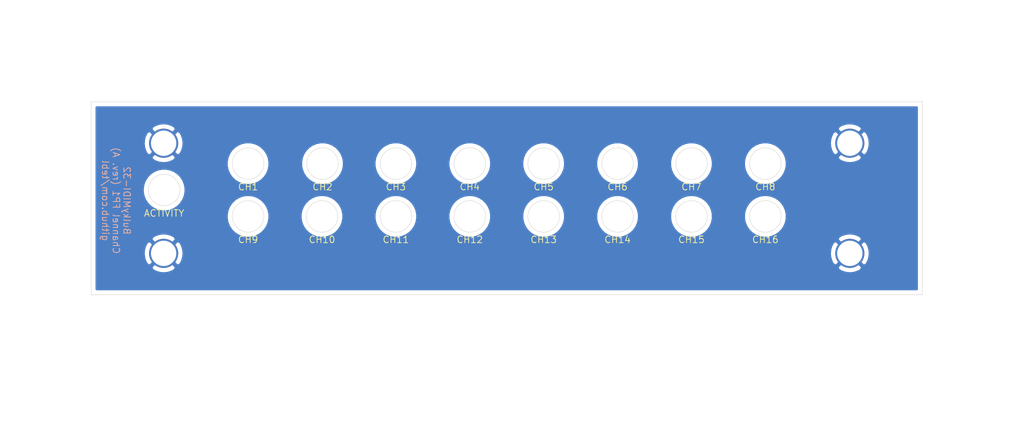
<source format=kicad_pcb>
(kicad_pcb (version 20171130) (host pcbnew "(5.1.8)-1")

  (general
    (thickness 1.6)
    (drawings 39)
    (tracks 0)
    (zones 0)
    (modules 4)
    (nets 2)
  )

  (page A4)
  (layers
    (0 F.Cu signal)
    (31 B.Cu signal)
    (32 B.Adhes user)
    (33 F.Adhes user)
    (34 B.Paste user)
    (35 F.Paste user)
    (36 B.SilkS user)
    (37 F.SilkS user)
    (38 B.Mask user)
    (39 F.Mask user)
    (40 Dwgs.User user)
    (41 Cmts.User user)
    (42 Eco1.User user)
    (43 Eco2.User user)
    (44 Edge.Cuts user)
    (45 Margin user)
    (46 B.CrtYd user)
    (47 F.CrtYd user)
    (48 B.Fab user hide)
    (49 F.Fab user)
  )

  (setup
    (last_trace_width 0.25)
    (trace_clearance 0.2)
    (zone_clearance 0.508)
    (zone_45_only no)
    (trace_min 0.2)
    (via_size 0.8)
    (via_drill 0.4)
    (via_min_size 0.4)
    (via_min_drill 0.3)
    (uvia_size 0.3)
    (uvia_drill 0.1)
    (uvias_allowed no)
    (uvia_min_size 0.2)
    (uvia_min_drill 0.1)
    (edge_width 0.05)
    (segment_width 0.2)
    (pcb_text_width 0.3)
    (pcb_text_size 1.5 1.5)
    (mod_edge_width 0.12)
    (mod_text_size 1 1)
    (mod_text_width 0.15)
    (pad_size 1.524 1.524)
    (pad_drill 0.762)
    (pad_to_mask_clearance 0)
    (aux_axis_origin 0 0)
    (grid_origin 141.09 121.579)
    (visible_elements 7FFFFFFF)
    (pcbplotparams
      (layerselection 0x011fc_ffffffff)
      (usegerberextensions true)
      (usegerberattributes false)
      (usegerberadvancedattributes false)
      (creategerberjobfile false)
      (excludeedgelayer true)
      (linewidth 0.100000)
      (plotframeref false)
      (viasonmask false)
      (mode 1)
      (useauxorigin false)
      (hpglpennumber 1)
      (hpglpenspeed 20)
      (hpglpendiameter 15.000000)
      (psnegative false)
      (psa4output false)
      (plotreference true)
      (plotvalue true)
      (plotinvisibletext false)
      (padsonsilk false)
      (subtractmaskfromsilk false)
      (outputformat 1)
      (mirror false)
      (drillshape 0)
      (scaleselection 1)
      (outputdirectory "export/"))
  )

  (net 0 "")
  (net 1 GND)

  (net_class Default "This is the default net class."
    (clearance 0.2)
    (trace_width 0.25)
    (via_dia 0.8)
    (via_drill 0.4)
    (uvia_dia 0.3)
    (uvia_drill 0.1)
  )

  (net_class PWR ""
    (clearance 0.2)
    (trace_width 0.381)
    (via_dia 0.8)
    (via_drill 0.4)
    (uvia_dia 0.3)
    (uvia_drill 0.1)
    (add_net GND)
  )

  (module mounting:M3_pin (layer F.Cu) (tedit 5F76331A) (tstamp 6282A424)
    (at 99.815 129.199)
    (descr "module 1 pin (ou trou mecanique de percage)")
    (tags DEV)
    (path /6282631C)
    (fp_text reference M1 (at 3.048 0) (layer F.Fab) hide
      (effects (font (size 1 1) (thickness 0.15)))
    )
    (fp_text value Mounting_Pin (at 0 3) (layer F.Fab) hide
      (effects (font (size 1 1) (thickness 0.15)))
    )
    (fp_circle (center 0 0) (end 2.6 0) (layer F.CrtYd) (width 0.05))
    (fp_circle (center 0 0) (end 2 0.8) (layer F.Fab) (width 0.1))
    (pad 1 thru_hole circle (at 0 0) (size 3.5 3.5) (drill 3.048) (layers *.Cu *.Mask)
      (net 1 GND) (solder_mask_margin 0.8))
  )

  (module mounting:M3_pin (layer F.Cu) (tedit 5F76331A) (tstamp 6282A42B)
    (at 182.365 129.199)
    (descr "module 1 pin (ou trou mecanique de percage)")
    (tags DEV)
    (path /62826824)
    (fp_text reference M2 (at 0 -3.048) (layer F.Fab) hide
      (effects (font (size 1 1) (thickness 0.15)))
    )
    (fp_text value Mounting_Pin (at 0 3) (layer F.Fab) hide
      (effects (font (size 1 1) (thickness 0.15)))
    )
    (fp_circle (center 0 0) (end 2 0.8) (layer F.Fab) (width 0.1))
    (fp_circle (center 0 0) (end 2.6 0) (layer F.CrtYd) (width 0.05))
    (pad 1 thru_hole circle (at 0 0) (size 3.5 3.5) (drill 3.048) (layers *.Cu *.Mask)
      (net 1 GND) (solder_mask_margin 0.8))
  )

  (module mounting:M3_pin (layer F.Cu) (tedit 5F76331A) (tstamp 6282A432)
    (at 182.365 115.949)
    (descr "module 1 pin (ou trou mecanique de percage)")
    (tags DEV)
    (path /62826D8F)
    (fp_text reference M3 (at 0 -3.048) (layer F.Fab) hide
      (effects (font (size 1 1) (thickness 0.15)))
    )
    (fp_text value Mounting_Pin (at 0 3) (layer F.Fab) hide
      (effects (font (size 1 1) (thickness 0.15)))
    )
    (fp_circle (center 0 0) (end 2.6 0) (layer F.CrtYd) (width 0.05))
    (fp_circle (center 0 0) (end 2 0.8) (layer F.Fab) (width 0.1))
    (pad 1 thru_hole circle (at 0 0) (size 3.5 3.5) (drill 3.048) (layers *.Cu *.Mask)
      (net 1 GND) (solder_mask_margin 0.8))
  )

  (module mounting:M3_pin (layer F.Cu) (tedit 5F76331A) (tstamp 6282A439)
    (at 99.815 115.949)
    (descr "module 1 pin (ou trou mecanique de percage)")
    (tags DEV)
    (path /62827110)
    (fp_text reference M4 (at 0 -3.048) (layer F.Fab) hide
      (effects (font (size 1 1) (thickness 0.15)))
    )
    (fp_text value Mounting_Pin (at 0 3) (layer F.Fab) hide
      (effects (font (size 1 1) (thickness 0.15)))
    )
    (fp_circle (center 0 0) (end 2 0.8) (layer F.Fab) (width 0.1))
    (fp_circle (center 0 0) (end 2.6 0) (layer F.CrtYd) (width 0.05))
    (pad 1 thru_hole circle (at 0 0) (size 3.5 3.5) (drill 3.048) (layers *.Cu *.Mask)
      (net 1 GND) (solder_mask_margin 0.8))
  )

  (gr_text CH12 (at 136.645 127.548) (layer F.SilkS) (tstamp 62879B07)
    (effects (font (size 0.8 0.8) (thickness 0.1)))
  )
  (gr_circle (center 172.205 124.754) (end 174.105 124.754) (layer Edge.Cuts) (width 0.05) (tstamp 62879B08))
  (gr_text CH16 (at 172.205 127.548) (layer F.SilkS) (tstamp 62879B07)
    (effects (font (size 0.8 0.8) (thickness 0.1)))
  )
  (gr_circle (center 163.315 124.754) (end 165.215 124.754) (layer Edge.Cuts) (width 0.05) (tstamp 62879B08))
  (gr_text CH15 (at 163.315 127.548) (layer F.SilkS) (tstamp 62879B07)
    (effects (font (size 0.8 0.8) (thickness 0.1)))
  )
  (gr_circle (center 154.425 124.754) (end 156.325 124.754) (layer Edge.Cuts) (width 0.05) (tstamp 62879B08))
  (gr_text CH14 (at 154.425 127.548) (layer F.SilkS) (tstamp 62879B07)
    (effects (font (size 0.8 0.8) (thickness 0.1)))
  )
  (gr_circle (center 145.535 124.754) (end 147.435 124.754) (layer Edge.Cuts) (width 0.05) (tstamp 62879B08))
  (gr_text CH13 (at 145.535 127.548) (layer F.SilkS) (tstamp 62879B07)
    (effects (font (size 0.8 0.8) (thickness 0.1)))
  )
  (gr_circle (center 136.645 124.754) (end 138.545 124.754) (layer Edge.Cuts) (width 0.05) (tstamp 62879B08))
  (gr_circle (center 118.865 124.754) (end 120.765 124.754) (layer Edge.Cuts) (width 0.05) (tstamp 62879B08))
  (gr_text CH10 (at 118.865 127.548) (layer F.SilkS) (tstamp 62879B07)
    (effects (font (size 0.8 0.8) (thickness 0.1)))
  )
  (gr_circle (center 127.755 124.754) (end 129.655 124.754) (layer Edge.Cuts) (width 0.05) (tstamp 62879B08))
  (gr_text CH11 (at 127.755 127.548) (layer F.SilkS) (tstamp 62879B07)
    (effects (font (size 0.8 0.8) (thickness 0.1)))
  )
  (gr_circle (center 172.205 118.404) (end 174.105 118.404) (layer Edge.Cuts) (width 0.05) (tstamp 62879B08))
  (gr_text CH8 (at 172.205 121.198) (layer F.SilkS) (tstamp 62879B07)
    (effects (font (size 0.8 0.8) (thickness 0.1)))
  )
  (gr_circle (center 163.315 118.404) (end 165.215 118.404) (layer Edge.Cuts) (width 0.05) (tstamp 62879B08))
  (gr_text CH7 (at 163.315 121.198) (layer F.SilkS) (tstamp 62879B07)
    (effects (font (size 0.8 0.8) (thickness 0.1)))
  )
  (gr_circle (center 154.425 118.404) (end 156.325 118.404) (layer Edge.Cuts) (width 0.05) (tstamp 62879B08))
  (gr_text CH6 (at 154.425 121.198) (layer F.SilkS) (tstamp 62879B07)
    (effects (font (size 0.8 0.8) (thickness 0.1)))
  )
  (gr_circle (center 145.535 118.404) (end 147.435 118.404) (layer Edge.Cuts) (width 0.05) (tstamp 62879B08))
  (gr_text CH5 (at 145.535 121.198) (layer F.SilkS) (tstamp 62879B07)
    (effects (font (size 0.8 0.8) (thickness 0.1)))
  )
  (gr_circle (center 136.645 118.404) (end 138.545 118.404) (layer Edge.Cuts) (width 0.05) (tstamp 62879B08))
  (gr_text CH4 (at 136.645 121.198) (layer F.SilkS) (tstamp 62879B07)
    (effects (font (size 0.8 0.8) (thickness 0.1)))
  )
  (gr_circle (center 127.755 118.404) (end 129.655 118.404) (layer Edge.Cuts) (width 0.05) (tstamp 62879B08))
  (gr_text CH3 (at 127.755 121.198) (layer F.SilkS) (tstamp 62879B07)
    (effects (font (size 0.8 0.8) (thickness 0.1)))
  )
  (gr_circle (center 118.9285 118.404) (end 120.8285 118.404) (layer Edge.Cuts) (width 0.05) (tstamp 62879B08))
  (gr_text CH2 (at 118.9285 121.198) (layer F.SilkS) (tstamp 62879B07)
    (effects (font (size 0.8 0.8) (thickness 0.1)))
  )
  (gr_text CH9 (at 109.975 127.548) (layer F.SilkS) (tstamp 62879A55)
    (effects (font (size 0.8 0.8) (thickness 0.1)))
  )
  (gr_circle (center 109.975 124.754) (end 111.875 124.754) (layer Edge.Cuts) (width 0.05) (tstamp 62879948))
  (gr_text CH1 (at 109.975 121.198) (layer F.SilkS) (tstamp 62879992)
    (effects (font (size 0.8 0.8) (thickness 0.1)))
  )
  (gr_circle (center 109.975 118.404) (end 111.875 118.404) (layer Edge.Cuts) (width 0.05) (tstamp 62879948))
  (gr_text ACTIVITY (at 99.8785 124.373) (layer F.SilkS) (tstamp 62879949)
    (effects (font (size 0.8 0.8) (thickness 0.1)))
  )
  (gr_circle (center 99.8785 121.579) (end 101.7785 121.579) (layer Edge.Cuts) (width 0.05) (tstamp 62879948))
  (gr_text "BulkyMIDI-32\nChannel FP1 (rev. A)\ngithub.com/tebl" (at 94.1 122.849 270) (layer B.SilkS) (tstamp 6286D3C9)
    (effects (font (size 0.8 0.8) (thickness 0.1)) (justify mirror))
  )
  (gr_line (start 191.09 110.974) (end 91.09 110.974) (layer Edge.Cuts) (width 0.05) (tstamp 6282E722))
  (gr_line (start 91.09 110.974) (end 91.09 134.174) (layer Edge.Cuts) (width 0.05))
  (gr_line (start 191.09 134.174) (end 191.09 110.974) (layer Edge.Cuts) (width 0.05))
  (gr_line (start 91.09 134.174) (end 191.09 134.174) (layer Edge.Cuts) (width 0.05))

  (zone (net 1) (net_name GND) (layer B.Cu) (tstamp 0) (hatch edge 0.508)
    (connect_pads (clearance 0.508))
    (min_thickness 0.254)
    (fill yes (arc_segments 32) (thermal_gap 0.508) (thermal_bridge_width 0.508))
    (polygon
      (pts
        (xy 203.32 151.424) (xy 80.13 151.424) (xy 80.13 98.719) (xy 203.32 98.719)
      )
    )
    (filled_polygon
      (pts
        (xy 190.43 133.514) (xy 91.75 133.514) (xy 91.75 130.868609) (xy 98.324997 130.868609) (xy 98.511073 131.209766)
        (xy 98.928409 131.425513) (xy 99.379815 131.555696) (xy 99.847946 131.595313) (xy 100.314811 131.542842) (xy 100.762468 131.400297)
        (xy 101.118927 131.209766) (xy 101.305003 130.868609) (xy 180.874997 130.868609) (xy 181.061073 131.209766) (xy 181.478409 131.425513)
        (xy 181.929815 131.555696) (xy 182.397946 131.595313) (xy 182.864811 131.542842) (xy 183.312468 131.400297) (xy 183.668927 131.209766)
        (xy 183.855003 130.868609) (xy 182.365 129.378605) (xy 180.874997 130.868609) (xy 101.305003 130.868609) (xy 99.815 129.378605)
        (xy 98.324997 130.868609) (xy 91.75 130.868609) (xy 91.75 129.231946) (xy 97.418687 129.231946) (xy 97.471158 129.698811)
        (xy 97.613703 130.146468) (xy 97.804234 130.502927) (xy 98.145391 130.689003) (xy 99.635395 129.199) (xy 99.994605 129.199)
        (xy 101.484609 130.689003) (xy 101.825766 130.502927) (xy 102.041513 130.085591) (xy 102.171696 129.634185) (xy 102.205736 129.231946)
        (xy 179.968687 129.231946) (xy 180.021158 129.698811) (xy 180.163703 130.146468) (xy 180.354234 130.502927) (xy 180.695391 130.689003)
        (xy 182.185395 129.199) (xy 182.544605 129.199) (xy 184.034609 130.689003) (xy 184.375766 130.502927) (xy 184.591513 130.085591)
        (xy 184.721696 129.634185) (xy 184.761313 129.166054) (xy 184.708842 128.699189) (xy 184.566297 128.251532) (xy 184.375766 127.895073)
        (xy 184.034609 127.708997) (xy 182.544605 129.199) (xy 182.185395 129.199) (xy 180.695391 127.708997) (xy 180.354234 127.895073)
        (xy 180.138487 128.312409) (xy 180.008304 128.763815) (xy 179.968687 129.231946) (xy 102.205736 129.231946) (xy 102.211313 129.166054)
        (xy 102.158842 128.699189) (xy 102.016297 128.251532) (xy 101.825766 127.895073) (xy 101.484609 127.708997) (xy 99.994605 129.199)
        (xy 99.635395 129.199) (xy 98.145391 127.708997) (xy 97.804234 127.895073) (xy 97.588487 128.312409) (xy 97.458304 128.763815)
        (xy 97.418687 129.231946) (xy 91.75 129.231946) (xy 91.75 127.529391) (xy 98.324997 127.529391) (xy 99.815 129.019395)
        (xy 101.305003 127.529391) (xy 180.874997 127.529391) (xy 182.365 129.019395) (xy 183.855003 127.529391) (xy 183.668927 127.188234)
        (xy 183.251591 126.972487) (xy 182.800185 126.842304) (xy 182.332054 126.802687) (xy 181.865189 126.855158) (xy 181.417532 126.997703)
        (xy 181.061073 127.188234) (xy 180.874997 127.529391) (xy 101.305003 127.529391) (xy 101.118927 127.188234) (xy 100.701591 126.972487)
        (xy 100.250185 126.842304) (xy 99.782054 126.802687) (xy 99.315189 126.855158) (xy 98.867532 126.997703) (xy 98.511073 127.188234)
        (xy 98.324997 127.529391) (xy 91.75 127.529391) (xy 91.75 124.501116) (xy 107.407423 124.501116) (xy 107.407423 125.006884)
        (xy 107.506094 125.502934) (xy 107.699643 125.970204) (xy 107.980633 126.390735) (xy 108.338265 126.748367) (xy 108.758796 127.029357)
        (xy 109.226066 127.222906) (xy 109.722116 127.321577) (xy 110.227884 127.321577) (xy 110.723934 127.222906) (xy 111.191204 127.029357)
        (xy 111.611735 126.748367) (xy 111.969367 126.390735) (xy 112.250357 125.970204) (xy 112.443906 125.502934) (xy 112.542577 125.006884)
        (xy 112.542577 124.501116) (xy 116.297423 124.501116) (xy 116.297423 125.006884) (xy 116.396094 125.502934) (xy 116.589643 125.970204)
        (xy 116.870633 126.390735) (xy 117.228265 126.748367) (xy 117.648796 127.029357) (xy 118.116066 127.222906) (xy 118.612116 127.321577)
        (xy 119.117884 127.321577) (xy 119.613934 127.222906) (xy 120.081204 127.029357) (xy 120.501735 126.748367) (xy 120.859367 126.390735)
        (xy 121.140357 125.970204) (xy 121.333906 125.502934) (xy 121.432577 125.006884) (xy 121.432577 124.501116) (xy 125.187423 124.501116)
        (xy 125.187423 125.006884) (xy 125.286094 125.502934) (xy 125.479643 125.970204) (xy 125.760633 126.390735) (xy 126.118265 126.748367)
        (xy 126.538796 127.029357) (xy 127.006066 127.222906) (xy 127.502116 127.321577) (xy 128.007884 127.321577) (xy 128.503934 127.222906)
        (xy 128.971204 127.029357) (xy 129.391735 126.748367) (xy 129.749367 126.390735) (xy 130.030357 125.970204) (xy 130.223906 125.502934)
        (xy 130.322577 125.006884) (xy 130.322577 124.501116) (xy 134.077423 124.501116) (xy 134.077423 125.006884) (xy 134.176094 125.502934)
        (xy 134.369643 125.970204) (xy 134.650633 126.390735) (xy 135.008265 126.748367) (xy 135.428796 127.029357) (xy 135.896066 127.222906)
        (xy 136.392116 127.321577) (xy 136.897884 127.321577) (xy 137.393934 127.222906) (xy 137.861204 127.029357) (xy 138.281735 126.748367)
        (xy 138.639367 126.390735) (xy 138.920357 125.970204) (xy 139.113906 125.502934) (xy 139.212577 125.006884) (xy 139.212577 124.501116)
        (xy 142.967423 124.501116) (xy 142.967423 125.006884) (xy 143.066094 125.502934) (xy 143.259643 125.970204) (xy 143.540633 126.390735)
        (xy 143.898265 126.748367) (xy 144.318796 127.029357) (xy 144.786066 127.222906) (xy 145.282116 127.321577) (xy 145.787884 127.321577)
        (xy 146.283934 127.222906) (xy 146.751204 127.029357) (xy 147.171735 126.748367) (xy 147.529367 126.390735) (xy 147.810357 125.970204)
        (xy 148.003906 125.502934) (xy 148.102577 125.006884) (xy 148.102577 124.501116) (xy 151.857423 124.501116) (xy 151.857423 125.006884)
        (xy 151.956094 125.502934) (xy 152.149643 125.970204) (xy 152.430633 126.390735) (xy 152.788265 126.748367) (xy 153.208796 127.029357)
        (xy 153.676066 127.222906) (xy 154.172116 127.321577) (xy 154.677884 127.321577) (xy 155.173934 127.222906) (xy 155.641204 127.029357)
        (xy 156.061735 126.748367) (xy 156.419367 126.390735) (xy 156.700357 125.970204) (xy 156.893906 125.502934) (xy 156.992577 125.006884)
        (xy 156.992577 124.501116) (xy 160.747423 124.501116) (xy 160.747423 125.006884) (xy 160.846094 125.502934) (xy 161.039643 125.970204)
        (xy 161.320633 126.390735) (xy 161.678265 126.748367) (xy 162.098796 127.029357) (xy 162.566066 127.222906) (xy 163.062116 127.321577)
        (xy 163.567884 127.321577) (xy 164.063934 127.222906) (xy 164.531204 127.029357) (xy 164.951735 126.748367) (xy 165.309367 126.390735)
        (xy 165.590357 125.970204) (xy 165.783906 125.502934) (xy 165.882577 125.006884) (xy 165.882577 124.501116) (xy 169.637423 124.501116)
        (xy 169.637423 125.006884) (xy 169.736094 125.502934) (xy 169.929643 125.970204) (xy 170.210633 126.390735) (xy 170.568265 126.748367)
        (xy 170.988796 127.029357) (xy 171.456066 127.222906) (xy 171.952116 127.321577) (xy 172.457884 127.321577) (xy 172.953934 127.222906)
        (xy 173.421204 127.029357) (xy 173.841735 126.748367) (xy 174.199367 126.390735) (xy 174.480357 125.970204) (xy 174.673906 125.502934)
        (xy 174.772577 125.006884) (xy 174.772577 124.501116) (xy 174.673906 124.005066) (xy 174.480357 123.537796) (xy 174.199367 123.117265)
        (xy 173.841735 122.759633) (xy 173.421204 122.478643) (xy 172.953934 122.285094) (xy 172.457884 122.186423) (xy 171.952116 122.186423)
        (xy 171.456066 122.285094) (xy 170.988796 122.478643) (xy 170.568265 122.759633) (xy 170.210633 123.117265) (xy 169.929643 123.537796)
        (xy 169.736094 124.005066) (xy 169.637423 124.501116) (xy 165.882577 124.501116) (xy 165.783906 124.005066) (xy 165.590357 123.537796)
        (xy 165.309367 123.117265) (xy 164.951735 122.759633) (xy 164.531204 122.478643) (xy 164.063934 122.285094) (xy 163.567884 122.186423)
        (xy 163.062116 122.186423) (xy 162.566066 122.285094) (xy 162.098796 122.478643) (xy 161.678265 122.759633) (xy 161.320633 123.117265)
        (xy 161.039643 123.537796) (xy 160.846094 124.005066) (xy 160.747423 124.501116) (xy 156.992577 124.501116) (xy 156.893906 124.005066)
        (xy 156.700357 123.537796) (xy 156.419367 123.117265) (xy 156.061735 122.759633) (xy 155.641204 122.478643) (xy 155.173934 122.285094)
        (xy 154.677884 122.186423) (xy 154.172116 122.186423) (xy 153.676066 122.285094) (xy 153.208796 122.478643) (xy 152.788265 122.759633)
        (xy 152.430633 123.117265) (xy 152.149643 123.537796) (xy 151.956094 124.005066) (xy 151.857423 124.501116) (xy 148.102577 124.501116)
        (xy 148.003906 124.005066) (xy 147.810357 123.537796) (xy 147.529367 123.117265) (xy 147.171735 122.759633) (xy 146.751204 122.478643)
        (xy 146.283934 122.285094) (xy 145.787884 122.186423) (xy 145.282116 122.186423) (xy 144.786066 122.285094) (xy 144.318796 122.478643)
        (xy 143.898265 122.759633) (xy 143.540633 123.117265) (xy 143.259643 123.537796) (xy 143.066094 124.005066) (xy 142.967423 124.501116)
        (xy 139.212577 124.501116) (xy 139.113906 124.005066) (xy 138.920357 123.537796) (xy 138.639367 123.117265) (xy 138.281735 122.759633)
        (xy 137.861204 122.478643) (xy 137.393934 122.285094) (xy 136.897884 122.186423) (xy 136.392116 122.186423) (xy 135.896066 122.285094)
        (xy 135.428796 122.478643) (xy 135.008265 122.759633) (xy 134.650633 123.117265) (xy 134.369643 123.537796) (xy 134.176094 124.005066)
        (xy 134.077423 124.501116) (xy 130.322577 124.501116) (xy 130.223906 124.005066) (xy 130.030357 123.537796) (xy 129.749367 123.117265)
        (xy 129.391735 122.759633) (xy 128.971204 122.478643) (xy 128.503934 122.285094) (xy 128.007884 122.186423) (xy 127.502116 122.186423)
        (xy 127.006066 122.285094) (xy 126.538796 122.478643) (xy 126.118265 122.759633) (xy 125.760633 123.117265) (xy 125.479643 123.537796)
        (xy 125.286094 124.005066) (xy 125.187423 124.501116) (xy 121.432577 124.501116) (xy 121.333906 124.005066) (xy 121.140357 123.537796)
        (xy 120.859367 123.117265) (xy 120.501735 122.759633) (xy 120.081204 122.478643) (xy 119.613934 122.285094) (xy 119.117884 122.186423)
        (xy 118.612116 122.186423) (xy 118.116066 122.285094) (xy 117.648796 122.478643) (xy 117.228265 122.759633) (xy 116.870633 123.117265)
        (xy 116.589643 123.537796) (xy 116.396094 124.005066) (xy 116.297423 124.501116) (xy 112.542577 124.501116) (xy 112.443906 124.005066)
        (xy 112.250357 123.537796) (xy 111.969367 123.117265) (xy 111.611735 122.759633) (xy 111.191204 122.478643) (xy 110.723934 122.285094)
        (xy 110.227884 122.186423) (xy 109.722116 122.186423) (xy 109.226066 122.285094) (xy 108.758796 122.478643) (xy 108.338265 122.759633)
        (xy 107.980633 123.117265) (xy 107.699643 123.537796) (xy 107.506094 124.005066) (xy 107.407423 124.501116) (xy 91.75 124.501116)
        (xy 91.75 121.326116) (xy 97.310923 121.326116) (xy 97.310923 121.831884) (xy 97.409594 122.327934) (xy 97.603143 122.795204)
        (xy 97.884133 123.215735) (xy 98.241765 123.573367) (xy 98.662296 123.854357) (xy 99.129566 124.047906) (xy 99.625616 124.146577)
        (xy 100.131384 124.146577) (xy 100.627434 124.047906) (xy 101.094704 123.854357) (xy 101.515235 123.573367) (xy 101.872867 123.215735)
        (xy 102.153857 122.795204) (xy 102.347406 122.327934) (xy 102.446077 121.831884) (xy 102.446077 121.326116) (xy 102.347406 120.830066)
        (xy 102.153857 120.362796) (xy 101.872867 119.942265) (xy 101.515235 119.584633) (xy 101.094704 119.303643) (xy 100.627434 119.110094)
        (xy 100.131384 119.011423) (xy 99.625616 119.011423) (xy 99.129566 119.110094) (xy 98.662296 119.303643) (xy 98.241765 119.584633)
        (xy 97.884133 119.942265) (xy 97.603143 120.362796) (xy 97.409594 120.830066) (xy 97.310923 121.326116) (xy 91.75 121.326116)
        (xy 91.75 117.618609) (xy 98.324997 117.618609) (xy 98.511073 117.959766) (xy 98.928409 118.175513) (xy 99.379815 118.305696)
        (xy 99.847946 118.345313) (xy 100.314811 118.292842) (xy 100.759895 118.151116) (xy 107.407423 118.151116) (xy 107.407423 118.656884)
        (xy 107.506094 119.152934) (xy 107.699643 119.620204) (xy 107.980633 120.040735) (xy 108.338265 120.398367) (xy 108.758796 120.679357)
        (xy 109.226066 120.872906) (xy 109.722116 120.971577) (xy 110.227884 120.971577) (xy 110.723934 120.872906) (xy 111.191204 120.679357)
        (xy 111.611735 120.398367) (xy 111.969367 120.040735) (xy 112.250357 119.620204) (xy 112.443906 119.152934) (xy 112.542577 118.656884)
        (xy 112.542577 118.151116) (xy 116.360923 118.151116) (xy 116.360923 118.656884) (xy 116.459594 119.152934) (xy 116.653143 119.620204)
        (xy 116.934133 120.040735) (xy 117.291765 120.398367) (xy 117.712296 120.679357) (xy 118.179566 120.872906) (xy 118.675616 120.971577)
        (xy 119.181384 120.971577) (xy 119.677434 120.872906) (xy 120.144704 120.679357) (xy 120.565235 120.398367) (xy 120.922867 120.040735)
        (xy 121.203857 119.620204) (xy 121.397406 119.152934) (xy 121.496077 118.656884) (xy 121.496077 118.151116) (xy 125.187423 118.151116)
        (xy 125.187423 118.656884) (xy 125.286094 119.152934) (xy 125.479643 119.620204) (xy 125.760633 120.040735) (xy 126.118265 120.398367)
        (xy 126.538796 120.679357) (xy 127.006066 120.872906) (xy 127.502116 120.971577) (xy 128.007884 120.971577) (xy 128.503934 120.872906)
        (xy 128.971204 120.679357) (xy 129.391735 120.398367) (xy 129.749367 120.040735) (xy 130.030357 119.620204) (xy 130.223906 119.152934)
        (xy 130.322577 118.656884) (xy 130.322577 118.151116) (xy 134.077423 118.151116) (xy 134.077423 118.656884) (xy 134.176094 119.152934)
        (xy 134.369643 119.620204) (xy 134.650633 120.040735) (xy 135.008265 120.398367) (xy 135.428796 120.679357) (xy 135.896066 120.872906)
        (xy 136.392116 120.971577) (xy 136.897884 120.971577) (xy 137.393934 120.872906) (xy 137.861204 120.679357) (xy 138.281735 120.398367)
        (xy 138.639367 120.040735) (xy 138.920357 119.620204) (xy 139.113906 119.152934) (xy 139.212577 118.656884) (xy 139.212577 118.151116)
        (xy 142.967423 118.151116) (xy 142.967423 118.656884) (xy 143.066094 119.152934) (xy 143.259643 119.620204) (xy 143.540633 120.040735)
        (xy 143.898265 120.398367) (xy 144.318796 120.679357) (xy 144.786066 120.872906) (xy 145.282116 120.971577) (xy 145.787884 120.971577)
        (xy 146.283934 120.872906) (xy 146.751204 120.679357) (xy 147.171735 120.398367) (xy 147.529367 120.040735) (xy 147.810357 119.620204)
        (xy 148.003906 119.152934) (xy 148.102577 118.656884) (xy 148.102577 118.151116) (xy 151.857423 118.151116) (xy 151.857423 118.656884)
        (xy 151.956094 119.152934) (xy 152.149643 119.620204) (xy 152.430633 120.040735) (xy 152.788265 120.398367) (xy 153.208796 120.679357)
        (xy 153.676066 120.872906) (xy 154.172116 120.971577) (xy 154.677884 120.971577) (xy 155.173934 120.872906) (xy 155.641204 120.679357)
        (xy 156.061735 120.398367) (xy 156.419367 120.040735) (xy 156.700357 119.620204) (xy 156.893906 119.152934) (xy 156.992577 118.656884)
        (xy 156.992577 118.151116) (xy 160.747423 118.151116) (xy 160.747423 118.656884) (xy 160.846094 119.152934) (xy 161.039643 119.620204)
        (xy 161.320633 120.040735) (xy 161.678265 120.398367) (xy 162.098796 120.679357) (xy 162.566066 120.872906) (xy 163.062116 120.971577)
        (xy 163.567884 120.971577) (xy 164.063934 120.872906) (xy 164.531204 120.679357) (xy 164.951735 120.398367) (xy 165.309367 120.040735)
        (xy 165.590357 119.620204) (xy 165.783906 119.152934) (xy 165.882577 118.656884) (xy 165.882577 118.151116) (xy 169.637423 118.151116)
        (xy 169.637423 118.656884) (xy 169.736094 119.152934) (xy 169.929643 119.620204) (xy 170.210633 120.040735) (xy 170.568265 120.398367)
        (xy 170.988796 120.679357) (xy 171.456066 120.872906) (xy 171.952116 120.971577) (xy 172.457884 120.971577) (xy 172.953934 120.872906)
        (xy 173.421204 120.679357) (xy 173.841735 120.398367) (xy 174.199367 120.040735) (xy 174.480357 119.620204) (xy 174.673906 119.152934)
        (xy 174.772577 118.656884) (xy 174.772577 118.151116) (xy 174.673906 117.655066) (xy 174.658806 117.618609) (xy 180.874997 117.618609)
        (xy 181.061073 117.959766) (xy 181.478409 118.175513) (xy 181.929815 118.305696) (xy 182.397946 118.345313) (xy 182.864811 118.292842)
        (xy 183.312468 118.150297) (xy 183.668927 117.959766) (xy 183.855003 117.618609) (xy 182.365 116.128605) (xy 180.874997 117.618609)
        (xy 174.658806 117.618609) (xy 174.480357 117.187796) (xy 174.199367 116.767265) (xy 173.841735 116.409633) (xy 173.421204 116.128643)
        (xy 173.067046 115.981946) (xy 179.968687 115.981946) (xy 180.021158 116.448811) (xy 180.163703 116.896468) (xy 180.354234 117.252927)
        (xy 180.695391 117.439003) (xy 182.185395 115.949) (xy 182.544605 115.949) (xy 184.034609 117.439003) (xy 184.375766 117.252927)
        (xy 184.591513 116.835591) (xy 184.721696 116.384185) (xy 184.761313 115.916054) (xy 184.708842 115.449189) (xy 184.566297 115.001532)
        (xy 184.375766 114.645073) (xy 184.034609 114.458997) (xy 182.544605 115.949) (xy 182.185395 115.949) (xy 180.695391 114.458997)
        (xy 180.354234 114.645073) (xy 180.138487 115.062409) (xy 180.008304 115.513815) (xy 179.968687 115.981946) (xy 173.067046 115.981946)
        (xy 172.953934 115.935094) (xy 172.457884 115.836423) (xy 171.952116 115.836423) (xy 171.456066 115.935094) (xy 170.988796 116.128643)
        (xy 170.568265 116.409633) (xy 170.210633 116.767265) (xy 169.929643 117.187796) (xy 169.736094 117.655066) (xy 169.637423 118.151116)
        (xy 165.882577 118.151116) (xy 165.783906 117.655066) (xy 165.590357 117.187796) (xy 165.309367 116.767265) (xy 164.951735 116.409633)
        (xy 164.531204 116.128643) (xy 164.063934 115.935094) (xy 163.567884 115.836423) (xy 163.062116 115.836423) (xy 162.566066 115.935094)
        (xy 162.098796 116.128643) (xy 161.678265 116.409633) (xy 161.320633 116.767265) (xy 161.039643 117.187796) (xy 160.846094 117.655066)
        (xy 160.747423 118.151116) (xy 156.992577 118.151116) (xy 156.893906 117.655066) (xy 156.700357 117.187796) (xy 156.419367 116.767265)
        (xy 156.061735 116.409633) (xy 155.641204 116.128643) (xy 155.173934 115.935094) (xy 154.677884 115.836423) (xy 154.172116 115.836423)
        (xy 153.676066 115.935094) (xy 153.208796 116.128643) (xy 152.788265 116.409633) (xy 152.430633 116.767265) (xy 152.149643 117.187796)
        (xy 151.956094 117.655066) (xy 151.857423 118.151116) (xy 148.102577 118.151116) (xy 148.003906 117.655066) (xy 147.810357 117.187796)
        (xy 147.529367 116.767265) (xy 147.171735 116.409633) (xy 146.751204 116.128643) (xy 146.283934 115.935094) (xy 145.787884 115.836423)
        (xy 145.282116 115.836423) (xy 144.786066 115.935094) (xy 144.318796 116.128643) (xy 143.898265 116.409633) (xy 143.540633 116.767265)
        (xy 143.259643 117.187796) (xy 143.066094 117.655066) (xy 142.967423 118.151116) (xy 139.212577 118.151116) (xy 139.113906 117.655066)
        (xy 138.920357 117.187796) (xy 138.639367 116.767265) (xy 138.281735 116.409633) (xy 137.861204 116.128643) (xy 137.393934 115.935094)
        (xy 136.897884 115.836423) (xy 136.392116 115.836423) (xy 135.896066 115.935094) (xy 135.428796 116.128643) (xy 135.008265 116.409633)
        (xy 134.650633 116.767265) (xy 134.369643 117.187796) (xy 134.176094 117.655066) (xy 134.077423 118.151116) (xy 130.322577 118.151116)
        (xy 130.223906 117.655066) (xy 130.030357 117.187796) (xy 129.749367 116.767265) (xy 129.391735 116.409633) (xy 128.971204 116.128643)
        (xy 128.503934 115.935094) (xy 128.007884 115.836423) (xy 127.502116 115.836423) (xy 127.006066 115.935094) (xy 126.538796 116.128643)
        (xy 126.118265 116.409633) (xy 125.760633 116.767265) (xy 125.479643 117.187796) (xy 125.286094 117.655066) (xy 125.187423 118.151116)
        (xy 121.496077 118.151116) (xy 121.397406 117.655066) (xy 121.203857 117.187796) (xy 120.922867 116.767265) (xy 120.565235 116.409633)
        (xy 120.144704 116.128643) (xy 119.677434 115.935094) (xy 119.181384 115.836423) (xy 118.675616 115.836423) (xy 118.179566 115.935094)
        (xy 117.712296 116.128643) (xy 117.291765 116.409633) (xy 116.934133 116.767265) (xy 116.653143 117.187796) (xy 116.459594 117.655066)
        (xy 116.360923 118.151116) (xy 112.542577 118.151116) (xy 112.443906 117.655066) (xy 112.250357 117.187796) (xy 111.969367 116.767265)
        (xy 111.611735 116.409633) (xy 111.191204 116.128643) (xy 110.723934 115.935094) (xy 110.227884 115.836423) (xy 109.722116 115.836423)
        (xy 109.226066 115.935094) (xy 108.758796 116.128643) (xy 108.338265 116.409633) (xy 107.980633 116.767265) (xy 107.699643 117.187796)
        (xy 107.506094 117.655066) (xy 107.407423 118.151116) (xy 100.759895 118.151116) (xy 100.762468 118.150297) (xy 101.118927 117.959766)
        (xy 101.305003 117.618609) (xy 99.815 116.128605) (xy 98.324997 117.618609) (xy 91.75 117.618609) (xy 91.75 115.981946)
        (xy 97.418687 115.981946) (xy 97.471158 116.448811) (xy 97.613703 116.896468) (xy 97.804234 117.252927) (xy 98.145391 117.439003)
        (xy 99.635395 115.949) (xy 99.994605 115.949) (xy 101.484609 117.439003) (xy 101.825766 117.252927) (xy 102.041513 116.835591)
        (xy 102.171696 116.384185) (xy 102.211313 115.916054) (xy 102.158842 115.449189) (xy 102.016297 115.001532) (xy 101.825766 114.645073)
        (xy 101.484609 114.458997) (xy 99.994605 115.949) (xy 99.635395 115.949) (xy 98.145391 114.458997) (xy 97.804234 114.645073)
        (xy 97.588487 115.062409) (xy 97.458304 115.513815) (xy 97.418687 115.981946) (xy 91.75 115.981946) (xy 91.75 114.279391)
        (xy 98.324997 114.279391) (xy 99.815 115.769395) (xy 101.305003 114.279391) (xy 180.874997 114.279391) (xy 182.365 115.769395)
        (xy 183.855003 114.279391) (xy 183.668927 113.938234) (xy 183.251591 113.722487) (xy 182.800185 113.592304) (xy 182.332054 113.552687)
        (xy 181.865189 113.605158) (xy 181.417532 113.747703) (xy 181.061073 113.938234) (xy 180.874997 114.279391) (xy 101.305003 114.279391)
        (xy 101.118927 113.938234) (xy 100.701591 113.722487) (xy 100.250185 113.592304) (xy 99.782054 113.552687) (xy 99.315189 113.605158)
        (xy 98.867532 113.747703) (xy 98.511073 113.938234) (xy 98.324997 114.279391) (xy 91.75 114.279391) (xy 91.75 111.634)
        (xy 190.430001 111.634)
      )
    )
  )
)

</source>
